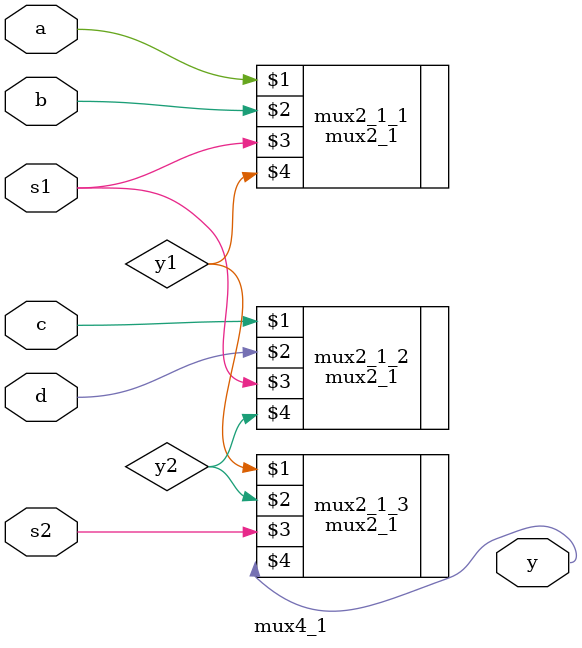
<source format=v>

module mux4_1(input a,b,c,d,s1,s2,output y );
wire y1,y2;

mux2_1 mux2_1_1(a,b,s1,y1);
mux2_1 mux2_1_2(c,d,s1,y2);
mux2_1 mux2_1_3(y1,y2,s2,y);
endmodule

</source>
